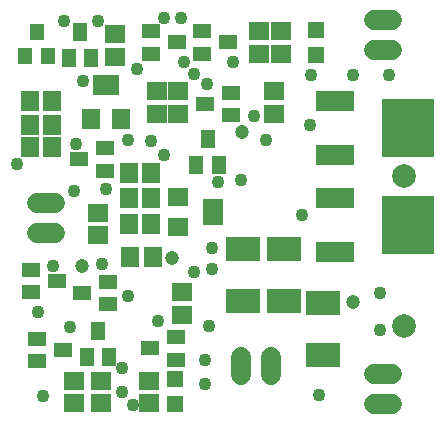
<source format=gts>
G04 EAGLE Gerber RS-274X export*
G75*
%MOMM*%
%FSLAX34Y34*%
%LPD*%
%INSoldermask Top*%
%IPPOS*%
%AMOC8*
5,1,8,0,0,1.08239X$1,22.5*%
G01*
%ADD10R,1.503200X1.703200*%
%ADD11R,1.203200X1.403200*%
%ADD12R,1.403200X1.403200*%
%ADD13R,1.603200X1.203200*%
%ADD14R,1.203200X1.603200*%
%ADD15R,1.703200X1.503200*%
%ADD16R,1.803200X1.503200*%
%ADD17R,1.803200X2.203200*%
%ADD18R,2.903200X2.003200*%
%ADD19R,1.503200X1.803200*%
%ADD20R,2.203200X1.803200*%
%ADD21R,3.203200X1.803200*%
%ADD22R,4.394200X5.029200*%
%ADD23C,1.711200*%
%ADD24C,2.000000*%
%ADD25C,1.203200*%
%ADD26C,1.103200*%


D10*
X26060Y252730D03*
X45060Y252730D03*
X128880Y187960D03*
X109880Y187960D03*
X111150Y160020D03*
X130150Y160020D03*
D11*
X31750Y350360D03*
X21750Y330360D03*
X41750Y330360D03*
D12*
X267970Y352130D03*
X267970Y331130D03*
X148590Y35220D03*
X148590Y56220D03*
D13*
X70280Y129540D03*
X92280Y139040D03*
X92280Y120040D03*
X67740Y242570D03*
X89740Y252070D03*
X89740Y233070D03*
D14*
X68580Y350090D03*
X78080Y328090D03*
X59080Y328090D03*
D13*
X150700Y341630D03*
X128700Y332130D03*
X128700Y351130D03*
X193880Y341630D03*
X171880Y332130D03*
X171880Y351130D03*
X174420Y289560D03*
X196420Y299060D03*
X196420Y280060D03*
X127430Y82550D03*
X149430Y92050D03*
X149430Y73050D03*
D10*
X26060Y271780D03*
X45060Y271780D03*
D15*
X86360Y36220D03*
X86360Y55220D03*
X133350Y281330D03*
X133350Y300330D03*
X219710Y332130D03*
X219710Y351130D03*
X151130Y281330D03*
X151130Y300330D03*
D16*
X151870Y210820D03*
D17*
X180870Y198120D03*
D16*
X151870Y185420D03*
D15*
X232410Y281330D03*
X232410Y300330D03*
X154940Y111150D03*
X154940Y130150D03*
D18*
X206600Y122780D03*
X206600Y166780D03*
X240890Y166780D03*
X240890Y122780D03*
X273910Y121060D03*
X273910Y77060D03*
D15*
X238760Y332130D03*
X238760Y351130D03*
X127000Y55220D03*
X127000Y36220D03*
X83820Y197460D03*
X83820Y178460D03*
D10*
X26060Y292100D03*
X45060Y292100D03*
D15*
X97790Y329590D03*
X97790Y348590D03*
D10*
X128880Y209550D03*
X109880Y209550D03*
X109880Y231140D03*
X128880Y231140D03*
D19*
X77470Y276330D03*
D20*
X90170Y305330D03*
D19*
X102870Y276330D03*
D15*
X63500Y36220D03*
X63500Y55220D03*
D13*
X49100Y139700D03*
X27100Y130200D03*
X27100Y149200D03*
X54180Y81280D03*
X32180Y71780D03*
X32180Y90780D03*
D14*
X83820Y97360D03*
X93320Y75360D03*
X74320Y75360D03*
X176530Y259920D03*
X186030Y237920D03*
X167030Y237920D03*
D21*
X284600Y292040D03*
X284600Y246440D03*
D22*
X345960Y269240D03*
D21*
X284600Y209490D03*
X284600Y163890D03*
D22*
X345960Y186690D03*
D23*
X46910Y205740D02*
X31830Y205740D01*
X31830Y180340D02*
X46910Y180340D01*
X317460Y360680D02*
X332540Y360680D01*
X332540Y335280D02*
X317460Y335280D01*
X317460Y60960D02*
X332540Y60960D01*
X332540Y35560D02*
X317460Y35560D01*
X229870Y59770D02*
X229870Y74850D01*
X204470Y74850D02*
X204470Y59770D01*
D24*
X342900Y101600D03*
D25*
X69850Y152400D03*
X205740Y265430D03*
X146050Y158750D03*
X299720Y121920D03*
D24*
X342900Y228600D03*
D26*
X64770Y255270D03*
X116840Y318770D03*
X83820Y359410D03*
X33020Y113030D03*
X36830Y41910D03*
X90170Y217170D03*
X15240Y238760D03*
X180340Y149860D03*
X270510Y43180D03*
X330200Y313690D03*
X299720Y313690D03*
X264160Y313690D03*
X262890Y271780D03*
X322580Y129540D03*
X173990Y52070D03*
X322580Y97790D03*
X173990Y72390D03*
X128270Y257810D03*
X204470Y224790D03*
X59690Y100330D03*
X113030Y34290D03*
X63500Y215900D03*
X109220Y127000D03*
X86995Y154305D03*
X109220Y259080D03*
X71120Y308610D03*
X54610Y359410D03*
X134620Y105410D03*
X104140Y45720D03*
X45462Y152357D03*
X104140Y66040D03*
X185420Y223520D03*
X180340Y167048D03*
X175895Y306705D03*
X153670Y361950D03*
X256540Y195580D03*
X177800Y101600D03*
X226060Y259080D03*
X165100Y147320D03*
X139700Y246380D03*
X156210Y325120D03*
X139700Y361950D03*
X198120Y325120D03*
X215900Y279400D03*
X165100Y314960D03*
M02*

</source>
